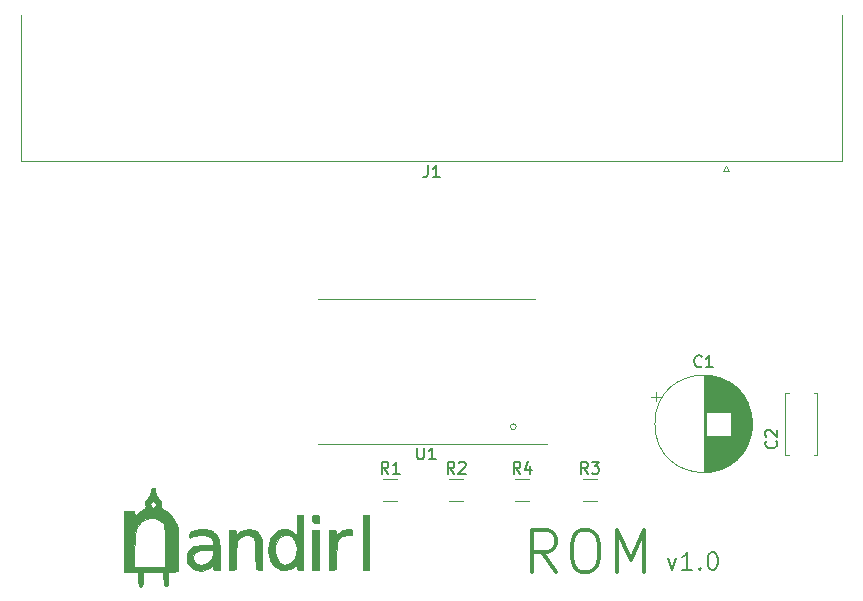
<source format=gbr>
G04 #@! TF.GenerationSoftware,KiCad,Pcbnew,5.1.5-52549c5~84~ubuntu18.04.1*
G04 #@! TF.CreationDate,2020-04-22T17:59:46-07:00*
G04 #@! TF.ProjectId,rom,726f6d2e-6b69-4636-9164-5f7063625858,rev?*
G04 #@! TF.SameCoordinates,Original*
G04 #@! TF.FileFunction,Legend,Top*
G04 #@! TF.FilePolarity,Positive*
%FSLAX46Y46*%
G04 Gerber Fmt 4.6, Leading zero omitted, Abs format (unit mm)*
G04 Created by KiCad (PCBNEW 5.1.5-52549c5~84~ubuntu18.04.1) date 2020-04-22 17:59:46*
%MOMM*%
%LPD*%
G04 APERTURE LIST*
%ADD10C,0.150000*%
%ADD11C,0.120000*%
%ADD12C,0.350000*%
%ADD13C,0.010000*%
%ADD14C,0.100000*%
G04 APERTURE END LIST*
D10*
X180483142Y-82482571D02*
X180840285Y-83482571D01*
X181197428Y-82482571D01*
X182554571Y-83482571D02*
X181697428Y-83482571D01*
X182126000Y-83482571D02*
X182126000Y-81982571D01*
X181983142Y-82196857D01*
X181840285Y-82339714D01*
X181697428Y-82411142D01*
X183197428Y-83339714D02*
X183268857Y-83411142D01*
X183197428Y-83482571D01*
X183126000Y-83411142D01*
X183197428Y-83339714D01*
X183197428Y-83482571D01*
X184197428Y-81982571D02*
X184340285Y-81982571D01*
X184483142Y-82054000D01*
X184554571Y-82125428D01*
X184626000Y-82268285D01*
X184697428Y-82554000D01*
X184697428Y-82911142D01*
X184626000Y-83196857D01*
X184554571Y-83339714D01*
X184483142Y-83411142D01*
X184340285Y-83482571D01*
X184197428Y-83482571D01*
X184054571Y-83411142D01*
X183983142Y-83339714D01*
X183911714Y-83196857D01*
X183840285Y-82911142D01*
X183840285Y-82554000D01*
X183911714Y-82268285D01*
X183983142Y-82125428D01*
X184054571Y-82054000D01*
X184197428Y-81982571D01*
D11*
X167636000Y-71374000D02*
G75*
G03X167636000Y-71374000I-250000J0D01*
G01*
D12*
X170986000Y-83625333D02*
X169819333Y-81958666D01*
X168986000Y-83625333D02*
X168986000Y-80125333D01*
X170319333Y-80125333D01*
X170652666Y-80292000D01*
X170819333Y-80458666D01*
X170986000Y-80792000D01*
X170986000Y-81292000D01*
X170819333Y-81625333D01*
X170652666Y-81792000D01*
X170319333Y-81958666D01*
X168986000Y-81958666D01*
X173152666Y-80125333D02*
X173819333Y-80125333D01*
X174152666Y-80292000D01*
X174486000Y-80625333D01*
X174652666Y-81292000D01*
X174652666Y-82458666D01*
X174486000Y-83125333D01*
X174152666Y-83458666D01*
X173819333Y-83625333D01*
X173152666Y-83625333D01*
X172819333Y-83458666D01*
X172486000Y-83125333D01*
X172319333Y-82458666D01*
X172319333Y-81292000D01*
X172486000Y-80625333D01*
X172819333Y-80292000D01*
X173152666Y-80125333D01*
X176152666Y-83625333D02*
X176152666Y-80125333D01*
X177319333Y-82625333D01*
X178486000Y-80125333D01*
X178486000Y-83625333D01*
D13*
G36*
X150854065Y-78834919D02*
G01*
X150938383Y-78898224D01*
X150960004Y-79063401D01*
X150960667Y-79163333D01*
X150951696Y-79380169D01*
X150896304Y-79476533D01*
X150751774Y-79501243D01*
X150664334Y-79502000D01*
X150474602Y-79491747D01*
X150390284Y-79428442D01*
X150368663Y-79263266D01*
X150368000Y-79163333D01*
X150376971Y-78946497D01*
X150432363Y-78850134D01*
X150576893Y-78825424D01*
X150664334Y-78824667D01*
X150854065Y-78834919D01*
G37*
X150854065Y-78834919D02*
X150938383Y-78898224D01*
X150960004Y-79063401D01*
X150960667Y-79163333D01*
X150951696Y-79380169D01*
X150896304Y-79476533D01*
X150751774Y-79501243D01*
X150664334Y-79502000D01*
X150474602Y-79491747D01*
X150390284Y-79428442D01*
X150368663Y-79263266D01*
X150368000Y-79163333D01*
X150376971Y-78946497D01*
X150432363Y-78850134D01*
X150576893Y-78825424D01*
X150664334Y-78824667D01*
X150854065Y-78834919D01*
G36*
X155194000Y-83481333D02*
G01*
X154686000Y-83481333D01*
X154686000Y-78824667D01*
X155194000Y-78824667D01*
X155194000Y-83481333D01*
G37*
X155194000Y-83481333D02*
X154686000Y-83481333D01*
X154686000Y-78824667D01*
X155194000Y-78824667D01*
X155194000Y-83481333D01*
G36*
X153677559Y-80029145D02*
G01*
X153744458Y-80121644D01*
X153754667Y-80285167D01*
X153746872Y-80448283D01*
X153694276Y-80529443D01*
X153553060Y-80557260D01*
X153333258Y-80560333D01*
X153043299Y-80579678D01*
X152842952Y-80656092D01*
X152677091Y-80794861D01*
X152584558Y-80893351D01*
X152519024Y-80993719D01*
X152474497Y-81127088D01*
X152444986Y-81324580D01*
X152424499Y-81617316D01*
X152407045Y-82036418D01*
X152400000Y-82234195D01*
X152357667Y-83439000D01*
X152082500Y-83465531D01*
X151807334Y-83492062D01*
X151807334Y-80094667D01*
X152103667Y-80094667D01*
X152303456Y-80109802D01*
X152385342Y-80180951D01*
X152400000Y-80321092D01*
X152400000Y-80547517D01*
X152590500Y-80369065D01*
X152960867Y-80128839D01*
X153394861Y-80015187D01*
X153506179Y-80010000D01*
X153677559Y-80029145D01*
G37*
X153677559Y-80029145D02*
X153744458Y-80121644D01*
X153754667Y-80285167D01*
X153746872Y-80448283D01*
X153694276Y-80529443D01*
X153553060Y-80557260D01*
X153333258Y-80560333D01*
X153043299Y-80579678D01*
X152842952Y-80656092D01*
X152677091Y-80794861D01*
X152584558Y-80893351D01*
X152519024Y-80993719D01*
X152474497Y-81127088D01*
X152444986Y-81324580D01*
X152424499Y-81617316D01*
X152407045Y-82036418D01*
X152400000Y-82234195D01*
X152357667Y-83439000D01*
X152082500Y-83465531D01*
X151807334Y-83492062D01*
X151807334Y-80094667D01*
X152103667Y-80094667D01*
X152303456Y-80109802D01*
X152385342Y-80180951D01*
X152400000Y-80321092D01*
X152400000Y-80547517D01*
X152590500Y-80369065D01*
X152960867Y-80128839D01*
X153394861Y-80015187D01*
X153506179Y-80010000D01*
X153677559Y-80029145D01*
G36*
X150960667Y-83481333D02*
G01*
X150368000Y-83481333D01*
X150368000Y-80094667D01*
X150960667Y-80094667D01*
X150960667Y-83481333D01*
G37*
X150960667Y-83481333D02*
X150368000Y-83481333D01*
X150368000Y-80094667D01*
X150960667Y-80094667D01*
X150960667Y-83481333D01*
G36*
X145410997Y-80103191D02*
G01*
X145660462Y-80223741D01*
X145837874Y-80412813D01*
X145944167Y-80599440D01*
X146019231Y-80763224D01*
X146071663Y-80929492D01*
X146105442Y-81132394D01*
X146124547Y-81406080D01*
X146132956Y-81784700D01*
X146134667Y-82234638D01*
X146134667Y-83492062D01*
X145859500Y-83465531D01*
X145584334Y-83439000D01*
X145542000Y-82140099D01*
X145524518Y-81643183D01*
X145506554Y-81287333D01*
X145483427Y-81044333D01*
X145450460Y-80885967D01*
X145402972Y-80784019D01*
X145336284Y-80710274D01*
X145299787Y-80679599D01*
X144996951Y-80534280D01*
X144663064Y-80541454D01*
X144334266Y-80698183D01*
X144252169Y-80764762D01*
X143975667Y-81011524D01*
X143933334Y-82225262D01*
X143891000Y-83439000D01*
X143615834Y-83465531D01*
X143340667Y-83492062D01*
X143340667Y-80094667D01*
X143637000Y-80094667D01*
X143837061Y-80110118D01*
X143919019Y-80181234D01*
X143933334Y-80313859D01*
X143933334Y-80533052D01*
X144189826Y-80317228D01*
X144577836Y-80095345D01*
X145013510Y-80029018D01*
X145410997Y-80103191D01*
G37*
X145410997Y-80103191D02*
X145660462Y-80223741D01*
X145837874Y-80412813D01*
X145944167Y-80599440D01*
X146019231Y-80763224D01*
X146071663Y-80929492D01*
X146105442Y-81132394D01*
X146124547Y-81406080D01*
X146132956Y-81784700D01*
X146134667Y-82234638D01*
X146134667Y-83492062D01*
X145859500Y-83465531D01*
X145584334Y-83439000D01*
X145542000Y-82140099D01*
X145524518Y-81643183D01*
X145506554Y-81287333D01*
X145483427Y-81044333D01*
X145450460Y-80885967D01*
X145402972Y-80784019D01*
X145336284Y-80710274D01*
X145299787Y-80679599D01*
X144996951Y-80534280D01*
X144663064Y-80541454D01*
X144334266Y-80698183D01*
X144252169Y-80764762D01*
X143975667Y-81011524D01*
X143933334Y-82225262D01*
X143891000Y-83439000D01*
X143615834Y-83465531D01*
X143340667Y-83492062D01*
X143340667Y-80094667D01*
X143637000Y-80094667D01*
X143837061Y-80110118D01*
X143919019Y-80181234D01*
X143933334Y-80313859D01*
X143933334Y-80533052D01*
X144189826Y-80317228D01*
X144577836Y-80095345D01*
X145013510Y-80029018D01*
X145410997Y-80103191D01*
G36*
X149606000Y-83481333D02*
G01*
X149352000Y-83481333D01*
X149170715Y-83458796D01*
X149104302Y-83361874D01*
X149098000Y-83265358D01*
X149098000Y-83049382D01*
X148815139Y-83265131D01*
X148465605Y-83448312D01*
X148065606Y-83530847D01*
X147682405Y-83502990D01*
X147531667Y-83451060D01*
X147146914Y-83181688D01*
X146850472Y-82777703D01*
X146773708Y-82615064D01*
X146676337Y-82234761D01*
X146655404Y-81904587D01*
X147237178Y-81904587D01*
X147307954Y-82320921D01*
X147453705Y-82674825D01*
X147666223Y-82918287D01*
X147668562Y-82919935D01*
X147987609Y-83048332D01*
X148327499Y-83023623D01*
X148645878Y-82849799D01*
X148674026Y-82825167D01*
X148896339Y-82514939D01*
X149018814Y-82098560D01*
X149033150Y-81612338D01*
X149003098Y-81385833D01*
X148870072Y-81003470D01*
X148649357Y-80727486D01*
X148372251Y-80563746D01*
X148070051Y-80518114D01*
X147774054Y-80596457D01*
X147515558Y-80804639D01*
X147353390Y-81076679D01*
X147249586Y-81473835D01*
X147237178Y-81904587D01*
X146655404Y-81904587D01*
X146647240Y-81775826D01*
X146685177Y-81314036D01*
X146788911Y-80925167D01*
X146801812Y-80895497D01*
X147062228Y-80490020D01*
X147402898Y-80205632D01*
X147794226Y-80050650D01*
X148206619Y-80033390D01*
X148610480Y-80162170D01*
X148846028Y-80321032D01*
X149098000Y-80533052D01*
X149098000Y-78824667D01*
X149606000Y-78824667D01*
X149606000Y-83481333D01*
G37*
X149606000Y-83481333D02*
X149352000Y-83481333D01*
X149170715Y-83458796D01*
X149104302Y-83361874D01*
X149098000Y-83265358D01*
X149098000Y-83049382D01*
X148815139Y-83265131D01*
X148465605Y-83448312D01*
X148065606Y-83530847D01*
X147682405Y-83502990D01*
X147531667Y-83451060D01*
X147146914Y-83181688D01*
X146850472Y-82777703D01*
X146773708Y-82615064D01*
X146676337Y-82234761D01*
X146655404Y-81904587D01*
X147237178Y-81904587D01*
X147307954Y-82320921D01*
X147453705Y-82674825D01*
X147666223Y-82918287D01*
X147668562Y-82919935D01*
X147987609Y-83048332D01*
X148327499Y-83023623D01*
X148645878Y-82849799D01*
X148674026Y-82825167D01*
X148896339Y-82514939D01*
X149018814Y-82098560D01*
X149033150Y-81612338D01*
X149003098Y-81385833D01*
X148870072Y-81003470D01*
X148649357Y-80727486D01*
X148372251Y-80563746D01*
X148070051Y-80518114D01*
X147774054Y-80596457D01*
X147515558Y-80804639D01*
X147353390Y-81076679D01*
X147249586Y-81473835D01*
X147237178Y-81904587D01*
X146655404Y-81904587D01*
X146647240Y-81775826D01*
X146685177Y-81314036D01*
X146788911Y-80925167D01*
X146801812Y-80895497D01*
X147062228Y-80490020D01*
X147402898Y-80205632D01*
X147794226Y-80050650D01*
X148206619Y-80033390D01*
X148610480Y-80162170D01*
X148846028Y-80321032D01*
X149098000Y-80533052D01*
X149098000Y-78824667D01*
X149606000Y-78824667D01*
X149606000Y-83481333D01*
G36*
X141268957Y-80045670D02*
G01*
X141660084Y-80108323D01*
X141953583Y-80228164D01*
X141981019Y-80247237D01*
X142180478Y-80416839D01*
X142327457Y-80604423D01*
X142430549Y-80839187D01*
X142498347Y-81150330D01*
X142539443Y-81567049D01*
X142562431Y-82118541D01*
X142565266Y-82232500D01*
X142594198Y-83481333D01*
X142290099Y-83481333D01*
X142086950Y-83467119D01*
X142002292Y-83399615D01*
X141986000Y-83254908D01*
X141986000Y-83028483D01*
X141787891Y-83214597D01*
X141425064Y-83446221D01*
X140997148Y-83548248D01*
X140555891Y-83513649D01*
X140292667Y-83417702D01*
X139988113Y-83183031D01*
X139799738Y-82867281D01*
X139726624Y-82508904D01*
X139748918Y-82312847D01*
X140306217Y-82312847D01*
X140307912Y-82573186D01*
X140427551Y-82796764D01*
X140639537Y-82961141D01*
X140918274Y-83043878D01*
X141238163Y-83022536D01*
X141470788Y-82934729D01*
X141700348Y-82736758D01*
X141882071Y-82437134D01*
X141978954Y-82103194D01*
X141986000Y-81997159D01*
X141986000Y-81766243D01*
X141294731Y-81806260D01*
X140936376Y-81833483D01*
X140704940Y-81872425D01*
X140558011Y-81934702D01*
X140453175Y-82031935D01*
X140448064Y-82038185D01*
X140306217Y-82312847D01*
X139748918Y-82312847D01*
X139767851Y-82146352D01*
X139922501Y-81818078D01*
X140189654Y-81562533D01*
X140338866Y-81484595D01*
X140585042Y-81420916D01*
X140939576Y-81378490D01*
X141305947Y-81364667D01*
X141644667Y-81360974D01*
X141847972Y-81344432D01*
X141949715Y-81306848D01*
X141983751Y-81240025D01*
X141986000Y-81200054D01*
X141932930Y-81026328D01*
X141803662Y-80823935D01*
X141788679Y-80806043D01*
X141538466Y-80631384D01*
X141188932Y-80536723D01*
X140793183Y-80528305D01*
X140404327Y-80612376D01*
X140343328Y-80636064D01*
X140106421Y-80732312D01*
X139989874Y-80753084D01*
X139956295Y-80684443D01*
X139968286Y-80512448D01*
X139969802Y-80496833D01*
X140000722Y-80330012D01*
X140082447Y-80229087D01*
X140259927Y-80155567D01*
X140419667Y-80111555D01*
X140836665Y-80045112D01*
X141268957Y-80045670D01*
G37*
X141268957Y-80045670D02*
X141660084Y-80108323D01*
X141953583Y-80228164D01*
X141981019Y-80247237D01*
X142180478Y-80416839D01*
X142327457Y-80604423D01*
X142430549Y-80839187D01*
X142498347Y-81150330D01*
X142539443Y-81567049D01*
X142562431Y-82118541D01*
X142565266Y-82232500D01*
X142594198Y-83481333D01*
X142290099Y-83481333D01*
X142086950Y-83467119D01*
X142002292Y-83399615D01*
X141986000Y-83254908D01*
X141986000Y-83028483D01*
X141787891Y-83214597D01*
X141425064Y-83446221D01*
X140997148Y-83548248D01*
X140555891Y-83513649D01*
X140292667Y-83417702D01*
X139988113Y-83183031D01*
X139799738Y-82867281D01*
X139726624Y-82508904D01*
X139748918Y-82312847D01*
X140306217Y-82312847D01*
X140307912Y-82573186D01*
X140427551Y-82796764D01*
X140639537Y-82961141D01*
X140918274Y-83043878D01*
X141238163Y-83022536D01*
X141470788Y-82934729D01*
X141700348Y-82736758D01*
X141882071Y-82437134D01*
X141978954Y-82103194D01*
X141986000Y-81997159D01*
X141986000Y-81766243D01*
X141294731Y-81806260D01*
X140936376Y-81833483D01*
X140704940Y-81872425D01*
X140558011Y-81934702D01*
X140453175Y-82031935D01*
X140448064Y-82038185D01*
X140306217Y-82312847D01*
X139748918Y-82312847D01*
X139767851Y-82146352D01*
X139922501Y-81818078D01*
X140189654Y-81562533D01*
X140338866Y-81484595D01*
X140585042Y-81420916D01*
X140939576Y-81378490D01*
X141305947Y-81364667D01*
X141644667Y-81360974D01*
X141847972Y-81344432D01*
X141949715Y-81306848D01*
X141983751Y-81240025D01*
X141986000Y-81200054D01*
X141932930Y-81026328D01*
X141803662Y-80823935D01*
X141788679Y-80806043D01*
X141538466Y-80631384D01*
X141188932Y-80536723D01*
X140793183Y-80528305D01*
X140404327Y-80612376D01*
X140343328Y-80636064D01*
X140106421Y-80732312D01*
X139989874Y-80753084D01*
X139956295Y-80684443D01*
X139968286Y-80512448D01*
X139969802Y-80496833D01*
X140000722Y-80330012D01*
X140082447Y-80229087D01*
X140259927Y-80155567D01*
X140419667Y-80111555D01*
X140836665Y-80045112D01*
X141268957Y-80045670D01*
G36*
X137021446Y-76570745D02*
G01*
X137068996Y-76696942D01*
X137075334Y-76843364D01*
X137117695Y-77103069D01*
X137269520Y-77325866D01*
X137338231Y-77393645D01*
X137509858Y-77582332D01*
X137573969Y-77762943D01*
X137569223Y-77973803D01*
X137561038Y-78191913D01*
X137617851Y-78317535D01*
X137779761Y-78416937D01*
X137859636Y-78453724D01*
X138241664Y-78702836D01*
X138585884Y-79067339D01*
X138844058Y-79493611D01*
X138886223Y-79594829D01*
X138934358Y-79746176D01*
X138969535Y-79926940D01*
X138993117Y-80162531D01*
X139006470Y-80478354D01*
X139010958Y-80899820D01*
X139007947Y-81452336D01*
X139004026Y-81788000D01*
X138980334Y-83608333D01*
X138581785Y-83633991D01*
X138183237Y-83659649D01*
X138158452Y-84268991D01*
X138140721Y-84586463D01*
X138112216Y-84770129D01*
X138061619Y-84855515D01*
X137977612Y-84878147D01*
X137964334Y-84878333D01*
X137875673Y-84861115D01*
X137821603Y-84785855D01*
X137790921Y-84617139D01*
X137772424Y-84319559D01*
X137770124Y-84264500D01*
X137745248Y-83650667D01*
X136066752Y-83650667D01*
X136041876Y-84263602D01*
X136019475Y-84600566D01*
X135981114Y-84798850D01*
X135919349Y-84888894D01*
X135885872Y-84901529D01*
X135735322Y-84890846D01*
X135695372Y-84867149D01*
X135665491Y-84758128D01*
X135644166Y-84529295D01*
X135636000Y-84230127D01*
X135636000Y-83650667D01*
X134450667Y-83650667D01*
X134450667Y-83227333D01*
X135278451Y-83227333D01*
X137931684Y-83227333D01*
X137905675Y-81497610D01*
X137895699Y-80909000D01*
X137884189Y-80464925D01*
X137868587Y-80140594D01*
X137846337Y-79911210D01*
X137814881Y-79751980D01*
X137771663Y-79638111D01*
X137714126Y-79544808D01*
X137702664Y-79529110D01*
X137411338Y-79264670D01*
X137049577Y-79126889D01*
X136652566Y-79110067D01*
X136255487Y-79208505D01*
X135893523Y-79416504D01*
X135601858Y-79728363D01*
X135511164Y-79884117D01*
X135448686Y-80031552D01*
X135402034Y-80204569D01*
X135368081Y-80431952D01*
X135343700Y-80742483D01*
X135325763Y-81164945D01*
X135311223Y-81724500D01*
X135278451Y-83227333D01*
X134450667Y-83227333D01*
X134450667Y-78486000D01*
X134874000Y-78486000D01*
X135127917Y-78494915D01*
X135254555Y-78532756D01*
X135295522Y-78616167D01*
X135297334Y-78655333D01*
X135338098Y-78801933D01*
X135444271Y-78799329D01*
X135540479Y-78710745D01*
X135675547Y-78604215D01*
X135893013Y-78481760D01*
X135954855Y-78452600D01*
X136157516Y-78347850D01*
X136242376Y-78236980D01*
X136249680Y-78053069D01*
X136242778Y-77973803D01*
X136242529Y-77883758D01*
X136665759Y-77883758D01*
X136698596Y-78080974D01*
X136824793Y-78210815D01*
X136906000Y-78229407D01*
X137005812Y-78190060D01*
X137061575Y-78157628D01*
X137138940Y-78026554D01*
X137146241Y-77883758D01*
X137076513Y-77725001D01*
X136906000Y-77681667D01*
X136733338Y-77726809D01*
X136665759Y-77883758D01*
X136242529Y-77883758D01*
X136242111Y-77733106D01*
X136320147Y-77556700D01*
X136473769Y-77393645D01*
X136663704Y-77167123D01*
X136733567Y-76925896D01*
X136736667Y-76843364D01*
X136754494Y-76635631D01*
X136824627Y-76550070D01*
X136906000Y-76538667D01*
X137021446Y-76570745D01*
G37*
X137021446Y-76570745D02*
X137068996Y-76696942D01*
X137075334Y-76843364D01*
X137117695Y-77103069D01*
X137269520Y-77325866D01*
X137338231Y-77393645D01*
X137509858Y-77582332D01*
X137573969Y-77762943D01*
X137569223Y-77973803D01*
X137561038Y-78191913D01*
X137617851Y-78317535D01*
X137779761Y-78416937D01*
X137859636Y-78453724D01*
X138241664Y-78702836D01*
X138585884Y-79067339D01*
X138844058Y-79493611D01*
X138886223Y-79594829D01*
X138934358Y-79746176D01*
X138969535Y-79926940D01*
X138993117Y-80162531D01*
X139006470Y-80478354D01*
X139010958Y-80899820D01*
X139007947Y-81452336D01*
X139004026Y-81788000D01*
X138980334Y-83608333D01*
X138581785Y-83633991D01*
X138183237Y-83659649D01*
X138158452Y-84268991D01*
X138140721Y-84586463D01*
X138112216Y-84770129D01*
X138061619Y-84855515D01*
X137977612Y-84878147D01*
X137964334Y-84878333D01*
X137875673Y-84861115D01*
X137821603Y-84785855D01*
X137790921Y-84617139D01*
X137772424Y-84319559D01*
X137770124Y-84264500D01*
X137745248Y-83650667D01*
X136066752Y-83650667D01*
X136041876Y-84263602D01*
X136019475Y-84600566D01*
X135981114Y-84798850D01*
X135919349Y-84888894D01*
X135885872Y-84901529D01*
X135735322Y-84890846D01*
X135695372Y-84867149D01*
X135665491Y-84758128D01*
X135644166Y-84529295D01*
X135636000Y-84230127D01*
X135636000Y-83650667D01*
X134450667Y-83650667D01*
X134450667Y-83227333D01*
X135278451Y-83227333D01*
X137931684Y-83227333D01*
X137905675Y-81497610D01*
X137895699Y-80909000D01*
X137884189Y-80464925D01*
X137868587Y-80140594D01*
X137846337Y-79911210D01*
X137814881Y-79751980D01*
X137771663Y-79638111D01*
X137714126Y-79544808D01*
X137702664Y-79529110D01*
X137411338Y-79264670D01*
X137049577Y-79126889D01*
X136652566Y-79110067D01*
X136255487Y-79208505D01*
X135893523Y-79416504D01*
X135601858Y-79728363D01*
X135511164Y-79884117D01*
X135448686Y-80031552D01*
X135402034Y-80204569D01*
X135368081Y-80431952D01*
X135343700Y-80742483D01*
X135325763Y-81164945D01*
X135311223Y-81724500D01*
X135278451Y-83227333D01*
X134450667Y-83227333D01*
X134450667Y-78486000D01*
X134874000Y-78486000D01*
X135127917Y-78494915D01*
X135254555Y-78532756D01*
X135295522Y-78616167D01*
X135297334Y-78655333D01*
X135338098Y-78801933D01*
X135444271Y-78799329D01*
X135540479Y-78710745D01*
X135675547Y-78604215D01*
X135893013Y-78481760D01*
X135954855Y-78452600D01*
X136157516Y-78347850D01*
X136242376Y-78236980D01*
X136249680Y-78053069D01*
X136242778Y-77973803D01*
X136242529Y-77883758D01*
X136665759Y-77883758D01*
X136698596Y-78080974D01*
X136824793Y-78210815D01*
X136906000Y-78229407D01*
X137005812Y-78190060D01*
X137061575Y-78157628D01*
X137138940Y-78026554D01*
X137146241Y-77883758D01*
X137076513Y-77725001D01*
X136906000Y-77681667D01*
X136733338Y-77726809D01*
X136665759Y-77883758D01*
X136242529Y-77883758D01*
X136242111Y-77733106D01*
X136320147Y-77556700D01*
X136473769Y-77393645D01*
X136663704Y-77167123D01*
X136733567Y-76925896D01*
X136736667Y-76843364D01*
X136754494Y-76635631D01*
X136824627Y-76550070D01*
X136906000Y-76538667D01*
X137021446Y-76570745D01*
D11*
X185420000Y-49311325D02*
X185670000Y-49744338D01*
X185170000Y-49744338D02*
X185420000Y-49311325D01*
X185670000Y-49744338D02*
X185170000Y-49744338D01*
X125730000Y-48850000D02*
X125730000Y-36510000D01*
X195250000Y-48850000D02*
X125730000Y-48850000D01*
X195250000Y-36510000D02*
X195250000Y-48850000D01*
X167545936Y-77618000D02*
X168750064Y-77618000D01*
X167545936Y-75798000D02*
X168750064Y-75798000D01*
X173257936Y-77618000D02*
X174462064Y-77618000D01*
X173257936Y-75798000D02*
X174462064Y-75798000D01*
D14*
X150820000Y-72795000D02*
X170220000Y-72795000D01*
D11*
X169220000Y-60555000D02*
X150820000Y-60555000D01*
X161957936Y-77618000D02*
X163162064Y-77618000D01*
X161957936Y-75798000D02*
X163162064Y-75798000D01*
X156369936Y-77618000D02*
X157574064Y-77618000D01*
X156369936Y-75798000D02*
X157574064Y-75798000D01*
X192825000Y-68540000D02*
X193140000Y-68540000D01*
X190400000Y-68540000D02*
X190715000Y-68540000D01*
X192825000Y-73780000D02*
X193140000Y-73780000D01*
X190400000Y-73780000D02*
X190715000Y-73780000D01*
X193140000Y-73780000D02*
X193140000Y-68540000D01*
X190400000Y-73780000D02*
X190400000Y-68540000D01*
X179485302Y-68405000D02*
X179485302Y-69205000D01*
X179085302Y-68805000D02*
X179885302Y-68805000D01*
X187576000Y-70587000D02*
X187576000Y-71653000D01*
X187536000Y-70352000D02*
X187536000Y-71888000D01*
X187496000Y-70172000D02*
X187496000Y-72068000D01*
X187456000Y-70022000D02*
X187456000Y-72218000D01*
X187416000Y-69891000D02*
X187416000Y-72349000D01*
X187376000Y-69774000D02*
X187376000Y-72466000D01*
X187336000Y-69667000D02*
X187336000Y-72573000D01*
X187296000Y-69568000D02*
X187296000Y-72672000D01*
X187256000Y-69475000D02*
X187256000Y-72765000D01*
X187216000Y-69389000D02*
X187216000Y-72851000D01*
X187176000Y-69307000D02*
X187176000Y-72933000D01*
X187136000Y-69230000D02*
X187136000Y-73010000D01*
X187096000Y-69156000D02*
X187096000Y-73084000D01*
X187056000Y-69086000D02*
X187056000Y-73154000D01*
X187016000Y-69018000D02*
X187016000Y-73222000D01*
X186976000Y-68954000D02*
X186976000Y-73286000D01*
X186936000Y-68892000D02*
X186936000Y-73348000D01*
X186896000Y-68833000D02*
X186896000Y-73407000D01*
X186856000Y-68775000D02*
X186856000Y-73465000D01*
X186816000Y-68720000D02*
X186816000Y-73520000D01*
X186776000Y-68666000D02*
X186776000Y-73574000D01*
X186736000Y-68615000D02*
X186736000Y-73625000D01*
X186696000Y-68564000D02*
X186696000Y-73676000D01*
X186656000Y-68516000D02*
X186656000Y-73724000D01*
X186616000Y-68469000D02*
X186616000Y-73771000D01*
X186576000Y-68423000D02*
X186576000Y-73817000D01*
X186536000Y-68379000D02*
X186536000Y-73861000D01*
X186496000Y-68336000D02*
X186496000Y-73904000D01*
X186456000Y-68294000D02*
X186456000Y-73946000D01*
X186416000Y-68253000D02*
X186416000Y-73987000D01*
X186376000Y-68213000D02*
X186376000Y-74027000D01*
X186336000Y-68175000D02*
X186336000Y-74065000D01*
X186296000Y-68137000D02*
X186296000Y-74103000D01*
X186256000Y-68101000D02*
X186256000Y-74139000D01*
X186216000Y-68065000D02*
X186216000Y-74175000D01*
X186176000Y-68030000D02*
X186176000Y-74210000D01*
X186136000Y-67996000D02*
X186136000Y-74244000D01*
X186096000Y-67964000D02*
X186096000Y-74276000D01*
X186056000Y-67931000D02*
X186056000Y-74309000D01*
X186016000Y-67900000D02*
X186016000Y-74340000D01*
X185976000Y-67870000D02*
X185976000Y-74370000D01*
X185936000Y-67840000D02*
X185936000Y-74400000D01*
X185896000Y-67811000D02*
X185896000Y-74429000D01*
X185856000Y-67782000D02*
X185856000Y-74458000D01*
X185816000Y-67755000D02*
X185816000Y-74485000D01*
X185776000Y-72160000D02*
X185776000Y-74512000D01*
X185776000Y-67728000D02*
X185776000Y-70080000D01*
X185736000Y-72160000D02*
X185736000Y-74538000D01*
X185736000Y-67702000D02*
X185736000Y-70080000D01*
X185696000Y-72160000D02*
X185696000Y-74564000D01*
X185696000Y-67676000D02*
X185696000Y-70080000D01*
X185656000Y-72160000D02*
X185656000Y-74589000D01*
X185656000Y-67651000D02*
X185656000Y-70080000D01*
X185616000Y-72160000D02*
X185616000Y-74613000D01*
X185616000Y-67627000D02*
X185616000Y-70080000D01*
X185576000Y-72160000D02*
X185576000Y-74637000D01*
X185576000Y-67603000D02*
X185576000Y-70080000D01*
X185536000Y-72160000D02*
X185536000Y-74660000D01*
X185536000Y-67580000D02*
X185536000Y-70080000D01*
X185496000Y-72160000D02*
X185496000Y-74682000D01*
X185496000Y-67558000D02*
X185496000Y-70080000D01*
X185456000Y-72160000D02*
X185456000Y-74704000D01*
X185456000Y-67536000D02*
X185456000Y-70080000D01*
X185416000Y-72160000D02*
X185416000Y-74726000D01*
X185416000Y-67514000D02*
X185416000Y-70080000D01*
X185376000Y-72160000D02*
X185376000Y-74747000D01*
X185376000Y-67493000D02*
X185376000Y-70080000D01*
X185336000Y-72160000D02*
X185336000Y-74767000D01*
X185336000Y-67473000D02*
X185336000Y-70080000D01*
X185296000Y-72160000D02*
X185296000Y-74786000D01*
X185296000Y-67454000D02*
X185296000Y-70080000D01*
X185256000Y-72160000D02*
X185256000Y-74806000D01*
X185256000Y-67434000D02*
X185256000Y-70080000D01*
X185216000Y-72160000D02*
X185216000Y-74824000D01*
X185216000Y-67416000D02*
X185216000Y-70080000D01*
X185176000Y-72160000D02*
X185176000Y-74842000D01*
X185176000Y-67398000D02*
X185176000Y-70080000D01*
X185136000Y-72160000D02*
X185136000Y-74860000D01*
X185136000Y-67380000D02*
X185136000Y-70080000D01*
X185096000Y-72160000D02*
X185096000Y-74877000D01*
X185096000Y-67363000D02*
X185096000Y-70080000D01*
X185056000Y-72160000D02*
X185056000Y-74894000D01*
X185056000Y-67346000D02*
X185056000Y-70080000D01*
X185016000Y-72160000D02*
X185016000Y-74910000D01*
X185016000Y-67330000D02*
X185016000Y-70080000D01*
X184976000Y-72160000D02*
X184976000Y-74925000D01*
X184976000Y-67315000D02*
X184976000Y-70080000D01*
X184936000Y-72160000D02*
X184936000Y-74941000D01*
X184936000Y-67299000D02*
X184936000Y-70080000D01*
X184896000Y-72160000D02*
X184896000Y-74955000D01*
X184896000Y-67285000D02*
X184896000Y-70080000D01*
X184856000Y-72160000D02*
X184856000Y-74970000D01*
X184856000Y-67270000D02*
X184856000Y-70080000D01*
X184816000Y-72160000D02*
X184816000Y-74983000D01*
X184816000Y-67257000D02*
X184816000Y-70080000D01*
X184776000Y-72160000D02*
X184776000Y-74997000D01*
X184776000Y-67243000D02*
X184776000Y-70080000D01*
X184736000Y-72160000D02*
X184736000Y-75009000D01*
X184736000Y-67231000D02*
X184736000Y-70080000D01*
X184696000Y-72160000D02*
X184696000Y-75022000D01*
X184696000Y-67218000D02*
X184696000Y-70080000D01*
X184656000Y-72160000D02*
X184656000Y-75034000D01*
X184656000Y-67206000D02*
X184656000Y-70080000D01*
X184616000Y-72160000D02*
X184616000Y-75045000D01*
X184616000Y-67195000D02*
X184616000Y-70080000D01*
X184576000Y-72160000D02*
X184576000Y-75056000D01*
X184576000Y-67184000D02*
X184576000Y-70080000D01*
X184536000Y-72160000D02*
X184536000Y-75067000D01*
X184536000Y-67173000D02*
X184536000Y-70080000D01*
X184496000Y-72160000D02*
X184496000Y-75077000D01*
X184496000Y-67163000D02*
X184496000Y-70080000D01*
X184456000Y-72160000D02*
X184456000Y-75087000D01*
X184456000Y-67153000D02*
X184456000Y-70080000D01*
X184416000Y-72160000D02*
X184416000Y-75096000D01*
X184416000Y-67144000D02*
X184416000Y-70080000D01*
X184376000Y-72160000D02*
X184376000Y-75105000D01*
X184376000Y-67135000D02*
X184376000Y-70080000D01*
X184336000Y-72160000D02*
X184336000Y-75114000D01*
X184336000Y-67126000D02*
X184336000Y-70080000D01*
X184296000Y-72160000D02*
X184296000Y-75122000D01*
X184296000Y-67118000D02*
X184296000Y-70080000D01*
X184256000Y-72160000D02*
X184256000Y-75130000D01*
X184256000Y-67110000D02*
X184256000Y-70080000D01*
X184216000Y-72160000D02*
X184216000Y-75137000D01*
X184216000Y-67103000D02*
X184216000Y-70080000D01*
X184175000Y-72160000D02*
X184175000Y-75144000D01*
X184175000Y-67096000D02*
X184175000Y-70080000D01*
X184135000Y-72160000D02*
X184135000Y-75150000D01*
X184135000Y-67090000D02*
X184135000Y-70080000D01*
X184095000Y-72160000D02*
X184095000Y-75157000D01*
X184095000Y-67083000D02*
X184095000Y-70080000D01*
X184055000Y-72160000D02*
X184055000Y-75162000D01*
X184055000Y-67078000D02*
X184055000Y-70080000D01*
X184015000Y-72160000D02*
X184015000Y-75168000D01*
X184015000Y-67072000D02*
X184015000Y-70080000D01*
X183975000Y-72160000D02*
X183975000Y-75172000D01*
X183975000Y-67068000D02*
X183975000Y-70080000D01*
X183935000Y-72160000D02*
X183935000Y-75177000D01*
X183935000Y-67063000D02*
X183935000Y-70080000D01*
X183895000Y-72160000D02*
X183895000Y-75181000D01*
X183895000Y-67059000D02*
X183895000Y-70080000D01*
X183855000Y-72160000D02*
X183855000Y-75185000D01*
X183855000Y-67055000D02*
X183855000Y-70080000D01*
X183815000Y-72160000D02*
X183815000Y-75188000D01*
X183815000Y-67052000D02*
X183815000Y-70080000D01*
X183775000Y-72160000D02*
X183775000Y-75191000D01*
X183775000Y-67049000D02*
X183775000Y-70080000D01*
X183735000Y-72160000D02*
X183735000Y-75194000D01*
X183735000Y-67046000D02*
X183735000Y-70080000D01*
X183695000Y-67044000D02*
X183695000Y-75196000D01*
X183655000Y-67043000D02*
X183655000Y-75197000D01*
X183615000Y-67041000D02*
X183615000Y-75199000D01*
X183575000Y-67040000D02*
X183575000Y-75200000D01*
X183535000Y-67040000D02*
X183535000Y-75200000D01*
X183495000Y-67040000D02*
X183495000Y-75200000D01*
X187615000Y-71120000D02*
G75*
G03X187615000Y-71120000I-4120000J0D01*
G01*
D10*
X160156666Y-49242380D02*
X160156666Y-49956666D01*
X160109047Y-50099523D01*
X160013809Y-50194761D01*
X159870952Y-50242380D01*
X159775714Y-50242380D01*
X161156666Y-50242380D02*
X160585238Y-50242380D01*
X160870952Y-50242380D02*
X160870952Y-49242380D01*
X160775714Y-49385238D01*
X160680476Y-49480476D01*
X160585238Y-49528095D01*
X167981333Y-75340380D02*
X167648000Y-74864190D01*
X167409904Y-75340380D02*
X167409904Y-74340380D01*
X167790857Y-74340380D01*
X167886095Y-74388000D01*
X167933714Y-74435619D01*
X167981333Y-74530857D01*
X167981333Y-74673714D01*
X167933714Y-74768952D01*
X167886095Y-74816571D01*
X167790857Y-74864190D01*
X167409904Y-74864190D01*
X168838476Y-74673714D02*
X168838476Y-75340380D01*
X168600380Y-74292761D02*
X168362285Y-75007047D01*
X168981333Y-75007047D01*
X173693333Y-75340380D02*
X173360000Y-74864190D01*
X173121904Y-75340380D02*
X173121904Y-74340380D01*
X173502857Y-74340380D01*
X173598095Y-74388000D01*
X173645714Y-74435619D01*
X173693333Y-74530857D01*
X173693333Y-74673714D01*
X173645714Y-74768952D01*
X173598095Y-74816571D01*
X173502857Y-74864190D01*
X173121904Y-74864190D01*
X174026666Y-74340380D02*
X174645714Y-74340380D01*
X174312380Y-74721333D01*
X174455238Y-74721333D01*
X174550476Y-74768952D01*
X174598095Y-74816571D01*
X174645714Y-74911809D01*
X174645714Y-75149904D01*
X174598095Y-75245142D01*
X174550476Y-75292761D01*
X174455238Y-75340380D01*
X174169523Y-75340380D01*
X174074285Y-75292761D01*
X174026666Y-75245142D01*
X159258095Y-73127380D02*
X159258095Y-73936904D01*
X159305714Y-74032142D01*
X159353333Y-74079761D01*
X159448571Y-74127380D01*
X159639047Y-74127380D01*
X159734285Y-74079761D01*
X159781904Y-74032142D01*
X159829523Y-73936904D01*
X159829523Y-73127380D01*
X160829523Y-74127380D02*
X160258095Y-74127380D01*
X160543809Y-74127380D02*
X160543809Y-73127380D01*
X160448571Y-73270238D01*
X160353333Y-73365476D01*
X160258095Y-73413095D01*
X162393333Y-75340380D02*
X162060000Y-74864190D01*
X161821904Y-75340380D02*
X161821904Y-74340380D01*
X162202857Y-74340380D01*
X162298095Y-74388000D01*
X162345714Y-74435619D01*
X162393333Y-74530857D01*
X162393333Y-74673714D01*
X162345714Y-74768952D01*
X162298095Y-74816571D01*
X162202857Y-74864190D01*
X161821904Y-74864190D01*
X162774285Y-74435619D02*
X162821904Y-74388000D01*
X162917142Y-74340380D01*
X163155238Y-74340380D01*
X163250476Y-74388000D01*
X163298095Y-74435619D01*
X163345714Y-74530857D01*
X163345714Y-74626095D01*
X163298095Y-74768952D01*
X162726666Y-75340380D01*
X163345714Y-75340380D01*
X156805333Y-75340380D02*
X156472000Y-74864190D01*
X156233904Y-75340380D02*
X156233904Y-74340380D01*
X156614857Y-74340380D01*
X156710095Y-74388000D01*
X156757714Y-74435619D01*
X156805333Y-74530857D01*
X156805333Y-74673714D01*
X156757714Y-74768952D01*
X156710095Y-74816571D01*
X156614857Y-74864190D01*
X156233904Y-74864190D01*
X157757714Y-75340380D02*
X157186285Y-75340380D01*
X157472000Y-75340380D02*
X157472000Y-74340380D01*
X157376761Y-74483238D01*
X157281523Y-74578476D01*
X157186285Y-74626095D01*
X189627142Y-72576666D02*
X189674761Y-72624285D01*
X189722380Y-72767142D01*
X189722380Y-72862380D01*
X189674761Y-73005238D01*
X189579523Y-73100476D01*
X189484285Y-73148095D01*
X189293809Y-73195714D01*
X189150952Y-73195714D01*
X188960476Y-73148095D01*
X188865238Y-73100476D01*
X188770000Y-73005238D01*
X188722380Y-72862380D01*
X188722380Y-72767142D01*
X188770000Y-72624285D01*
X188817619Y-72576666D01*
X188817619Y-72195714D02*
X188770000Y-72148095D01*
X188722380Y-72052857D01*
X188722380Y-71814761D01*
X188770000Y-71719523D01*
X188817619Y-71671904D01*
X188912857Y-71624285D01*
X189008095Y-71624285D01*
X189150952Y-71671904D01*
X189722380Y-72243333D01*
X189722380Y-71624285D01*
X183328333Y-66227142D02*
X183280714Y-66274761D01*
X183137857Y-66322380D01*
X183042619Y-66322380D01*
X182899761Y-66274761D01*
X182804523Y-66179523D01*
X182756904Y-66084285D01*
X182709285Y-65893809D01*
X182709285Y-65750952D01*
X182756904Y-65560476D01*
X182804523Y-65465238D01*
X182899761Y-65370000D01*
X183042619Y-65322380D01*
X183137857Y-65322380D01*
X183280714Y-65370000D01*
X183328333Y-65417619D01*
X184280714Y-66322380D02*
X183709285Y-66322380D01*
X183995000Y-66322380D02*
X183995000Y-65322380D01*
X183899761Y-65465238D01*
X183804523Y-65560476D01*
X183709285Y-65608095D01*
M02*

</source>
